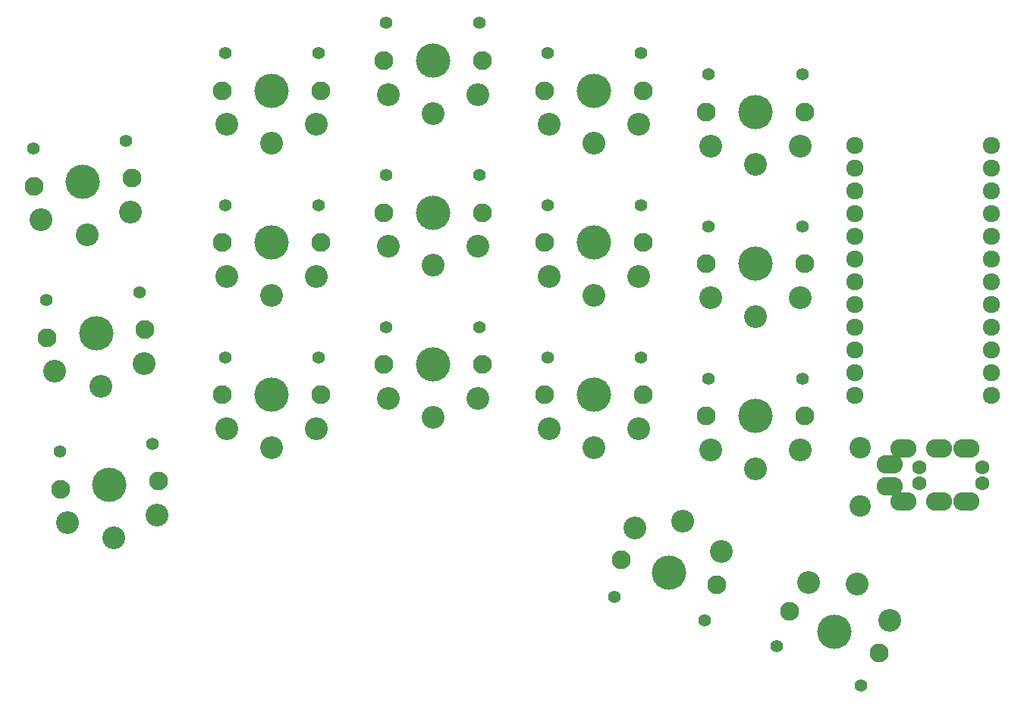
<source format=gts>
G04 #@! TF.GenerationSoftware,KiCad,Pcbnew,(5.1.4-0-10_14)*
G04 #@! TF.CreationDate,2020-11-29T23:03:10+01:00*
G04 #@! TF.ProjectId,haigha,68616967-6861-42e6-9b69-6361645f7063,2.1*
G04 #@! TF.SameCoordinates,Original*
G04 #@! TF.FileFunction,Soldermask,Top*
G04 #@! TF.FilePolarity,Negative*
%FSLAX46Y46*%
G04 Gerber Fmt 4.6, Leading zero omitted, Abs format (unit mm)*
G04 Created by KiCad (PCBNEW (5.1.4-0-10_14)) date 2020-11-29 23:03:10*
%MOMM*%
%LPD*%
G04 APERTURE LIST*
%ADD10C,1.390600*%
%ADD11C,2.553000*%
%ADD12C,3.829000*%
%ADD13C,2.101800*%
%ADD14C,1.924000*%
%ADD15C,2.400000*%
%ADD16O,2.900000X2.100000*%
%ADD17C,1.600000*%
G04 APERTURE END LIST*
D10*
X56780000Y-58345000D03*
D11*
X67000000Y-66345000D03*
D12*
X62000000Y-62545000D03*
D11*
X57000000Y-66345000D03*
X62000000Y-68445000D03*
D10*
X67220000Y-58345000D03*
D13*
X67500000Y-62545000D03*
X56500000Y-62545000D03*
D10*
X35362810Y-35035035D03*
D11*
X46241165Y-42113861D03*
D12*
X40929000Y-38764100D03*
D11*
X36279218Y-42985419D03*
X41443219Y-44641649D03*
D10*
X45763082Y-34125129D03*
D13*
X46408071Y-38284743D03*
X35449929Y-39243457D03*
D14*
X127111400Y-34672000D03*
X127111400Y-37212000D03*
X127111400Y-39752000D03*
X127111400Y-42292000D03*
X127111400Y-44832000D03*
X127111400Y-47372000D03*
X127111400Y-49912000D03*
X127111400Y-52452000D03*
X127111400Y-54992000D03*
X127111400Y-57532000D03*
X127111400Y-60072000D03*
X127111400Y-62612000D03*
X142331400Y-62612000D03*
X142331400Y-60072000D03*
X142331400Y-57532000D03*
X142331400Y-54992000D03*
X142331400Y-52452000D03*
X142331400Y-49912000D03*
X142331400Y-47372000D03*
X142331400Y-44832000D03*
X142331400Y-42292000D03*
X142331400Y-39752000D03*
X142331400Y-37212000D03*
X142331400Y-34672000D03*
D10*
X100230827Y-85095853D03*
D11*
X112173142Y-80013577D03*
D12*
X106360000Y-82390000D03*
D11*
X102513883Y-77425387D03*
X107887032Y-76691038D03*
D10*
X110315093Y-87797924D03*
D13*
X111672592Y-83813505D03*
X101047408Y-80966495D03*
D10*
X110780000Y-60720000D03*
D11*
X121000000Y-68720000D03*
D12*
X116000000Y-64920000D03*
D11*
X111000000Y-68720000D03*
X116000000Y-70820000D03*
D10*
X121220000Y-60720000D03*
D13*
X121500000Y-64920000D03*
X110500000Y-64920000D03*
D10*
X118334077Y-90670425D03*
D11*
X130977488Y-87739122D03*
D12*
X124840000Y-89070000D03*
D11*
X121914410Y-83512939D03*
X127333448Y-83722784D03*
D10*
X127795930Y-95082560D03*
D13*
X129824693Y-91394400D03*
X119855307Y-86745600D03*
D10*
X92780000Y-58345000D03*
D11*
X103000000Y-66345000D03*
D12*
X98000000Y-62545000D03*
D11*
X93000000Y-66345000D03*
X98000000Y-68445000D03*
D10*
X103220000Y-58345000D03*
D13*
X103500000Y-62545000D03*
X92500000Y-62545000D03*
D10*
X74780000Y-54970000D03*
D11*
X85000000Y-62970000D03*
D12*
X80000000Y-59170000D03*
D11*
X75000000Y-62970000D03*
X80000000Y-65070000D03*
D10*
X85220000Y-54970000D03*
D13*
X85500000Y-59170000D03*
X74500000Y-59170000D03*
D10*
X38326510Y-68910635D03*
D11*
X49204865Y-75989461D03*
D12*
X43892700Y-72639700D03*
D11*
X39242918Y-76861019D03*
X44406919Y-78517249D03*
D10*
X48726782Y-68000729D03*
D13*
X49371771Y-72160343D03*
X38413629Y-73119057D03*
D10*
X110780000Y-43720000D03*
D11*
X121000000Y-51720000D03*
D12*
X116000000Y-47920000D03*
D11*
X111000000Y-51720000D03*
X116000000Y-53820000D03*
D10*
X121220000Y-43720000D03*
D13*
X121500000Y-47920000D03*
X110500000Y-47920000D03*
D10*
X92780000Y-41340000D03*
D11*
X103000000Y-49340000D03*
D12*
X98000000Y-45540000D03*
D11*
X93000000Y-49340000D03*
X98000000Y-51440000D03*
D10*
X103220000Y-41340000D03*
D13*
X103500000Y-45540000D03*
X92500000Y-45540000D03*
D10*
X74780000Y-37970000D03*
D11*
X85000000Y-45970000D03*
D12*
X80000000Y-42170000D03*
D11*
X75000000Y-45970000D03*
X80000000Y-48070000D03*
D10*
X85220000Y-37970000D03*
D13*
X85500000Y-42170000D03*
X74500000Y-42170000D03*
D10*
X56780000Y-41340000D03*
D11*
X67000000Y-49340000D03*
D12*
X62000000Y-45540000D03*
D11*
X57000000Y-49340000D03*
X62000000Y-51440000D03*
D10*
X67220000Y-41340000D03*
D13*
X67500000Y-45540000D03*
X56500000Y-45540000D03*
D10*
X36844410Y-51970335D03*
D11*
X47722765Y-59049161D03*
D12*
X42410600Y-55699400D03*
D11*
X37760818Y-59920719D03*
X42924819Y-61576949D03*
D10*
X47244682Y-51060429D03*
D13*
X47889671Y-55220043D03*
X36931529Y-56178757D03*
D10*
X110780000Y-26720000D03*
D11*
X121000000Y-34720000D03*
D12*
X116000000Y-30920000D03*
D11*
X111000000Y-34720000D03*
X116000000Y-36820000D03*
D10*
X121220000Y-26720000D03*
D13*
X121500000Y-30920000D03*
X110500000Y-30920000D03*
D10*
X92780000Y-24340000D03*
D11*
X103000000Y-32340000D03*
D12*
X98000000Y-28540000D03*
D11*
X93000000Y-32340000D03*
X98000000Y-34440000D03*
D10*
X103220000Y-24340000D03*
D13*
X103500000Y-28540000D03*
X92500000Y-28540000D03*
D10*
X74780000Y-20980000D03*
D11*
X85000000Y-28980000D03*
D12*
X80000000Y-25180000D03*
D11*
X75000000Y-28980000D03*
X80000000Y-31080000D03*
D10*
X85220000Y-20980000D03*
D13*
X85500000Y-25180000D03*
X74500000Y-25180000D03*
D10*
X56780000Y-24340000D03*
D11*
X67000000Y-32340000D03*
D12*
X62000000Y-28540000D03*
D11*
X57000000Y-32340000D03*
X62000000Y-34440000D03*
D10*
X67220000Y-24340000D03*
D13*
X67500000Y-28540000D03*
X56500000Y-28540000D03*
D15*
X127660000Y-74950000D03*
X127660000Y-68450000D03*
D16*
X131000000Y-70300000D03*
X132500000Y-74500000D03*
X136500000Y-74500000D03*
X139500000Y-74500000D03*
D17*
X134300000Y-72400000D03*
X141300000Y-72400000D03*
D16*
X136500000Y-68550000D03*
X139500000Y-68550000D03*
X131000000Y-72750000D03*
X132500000Y-68550000D03*
D17*
X141300000Y-70650000D03*
X134300000Y-70650000D03*
M02*

</source>
